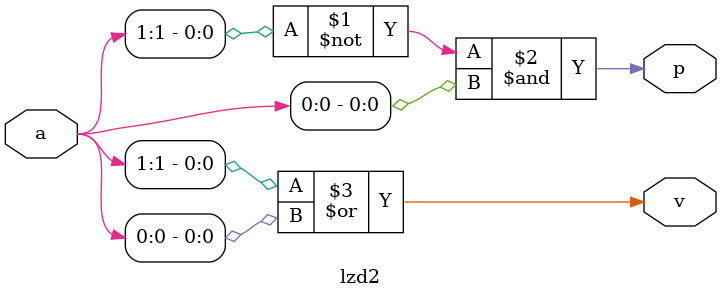
<source format=v>
module lzd2(
	input [1:0] a,
	output p,
	output v);

assign p = ~a[1] & a[0];
assign v = a[1] | a[0];

endmodule

</source>
